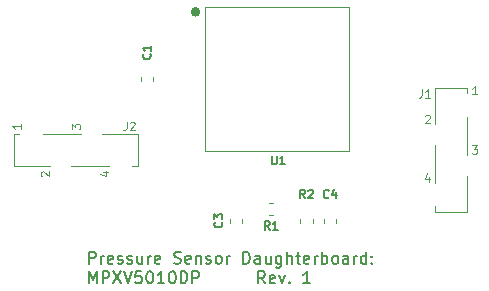
<source format=gto>
G04 #@! TF.GenerationSoftware,KiCad,Pcbnew,(5.1.9-16-g1737927814)-1*
G04 #@! TF.CreationDate,2021-04-01T12:21:12-04:00*
G04 #@! TF.ProjectId,pressure_mpxv5010dp,70726573-7375-4726-955f-6d7078763530,1*
G04 #@! TF.SameCoordinates,Original*
G04 #@! TF.FileFunction,Legend,Top*
G04 #@! TF.FilePolarity,Positive*
%FSLAX45Y45*%
G04 Gerber Fmt 4.5, Leading zero omitted, Abs format (unit mm)*
G04 Created by KiCad (PCBNEW (5.1.9-16-g1737927814)-1) date 2021-04-01 12:21:12*
%MOMM*%
%LPD*%
G01*
G04 APERTURE LIST*
%ADD10C,0.150000*%
%ADD11C,0.120000*%
%ADD12C,0.400000*%
G04 APERTURE END LIST*
D10*
X708559Y-2212738D02*
X708559Y-2112738D01*
X746655Y-2112738D01*
X756178Y-2117500D01*
X760940Y-2122262D01*
X765702Y-2131786D01*
X765702Y-2146071D01*
X760940Y-2155595D01*
X756178Y-2160357D01*
X746655Y-2165119D01*
X708559Y-2165119D01*
X808559Y-2212738D02*
X808559Y-2146071D01*
X808559Y-2165119D02*
X813321Y-2155595D01*
X818083Y-2150833D01*
X827607Y-2146071D01*
X837131Y-2146071D01*
X908559Y-2207976D02*
X899036Y-2212738D01*
X879988Y-2212738D01*
X870464Y-2207976D01*
X865702Y-2198452D01*
X865702Y-2160357D01*
X870464Y-2150833D01*
X879988Y-2146071D01*
X899036Y-2146071D01*
X908559Y-2150833D01*
X913321Y-2160357D01*
X913321Y-2169881D01*
X865702Y-2179405D01*
X951417Y-2207976D02*
X960940Y-2212738D01*
X979988Y-2212738D01*
X989512Y-2207976D01*
X994274Y-2198452D01*
X994274Y-2193690D01*
X989512Y-2184167D01*
X979988Y-2179405D01*
X965702Y-2179405D01*
X956178Y-2174643D01*
X951417Y-2165119D01*
X951417Y-2160357D01*
X956178Y-2150833D01*
X965702Y-2146071D01*
X979988Y-2146071D01*
X989512Y-2150833D01*
X1032369Y-2207976D02*
X1041893Y-2212738D01*
X1060940Y-2212738D01*
X1070464Y-2207976D01*
X1075226Y-2198452D01*
X1075226Y-2193690D01*
X1070464Y-2184167D01*
X1060940Y-2179405D01*
X1046655Y-2179405D01*
X1037131Y-2174643D01*
X1032369Y-2165119D01*
X1032369Y-2160357D01*
X1037131Y-2150833D01*
X1046655Y-2146071D01*
X1060940Y-2146071D01*
X1070464Y-2150833D01*
X1160940Y-2146071D02*
X1160940Y-2212738D01*
X1118083Y-2146071D02*
X1118083Y-2198452D01*
X1122845Y-2207976D01*
X1132369Y-2212738D01*
X1146655Y-2212738D01*
X1156179Y-2207976D01*
X1160940Y-2203214D01*
X1208560Y-2212738D02*
X1208560Y-2146071D01*
X1208560Y-2165119D02*
X1213321Y-2155595D01*
X1218083Y-2150833D01*
X1227607Y-2146071D01*
X1237131Y-2146071D01*
X1308560Y-2207976D02*
X1299036Y-2212738D01*
X1279988Y-2212738D01*
X1270464Y-2207976D01*
X1265702Y-2198452D01*
X1265702Y-2160357D01*
X1270464Y-2150833D01*
X1279988Y-2146071D01*
X1299036Y-2146071D01*
X1308560Y-2150833D01*
X1313321Y-2160357D01*
X1313321Y-2169881D01*
X1265702Y-2179405D01*
X1427607Y-2207976D02*
X1441893Y-2212738D01*
X1465702Y-2212738D01*
X1475226Y-2207976D01*
X1479988Y-2203214D01*
X1484750Y-2193690D01*
X1484750Y-2184167D01*
X1479988Y-2174643D01*
X1475226Y-2169881D01*
X1465702Y-2165119D01*
X1446655Y-2160357D01*
X1437131Y-2155595D01*
X1432369Y-2150833D01*
X1427607Y-2141310D01*
X1427607Y-2131786D01*
X1432369Y-2122262D01*
X1437131Y-2117500D01*
X1446655Y-2112738D01*
X1470464Y-2112738D01*
X1484750Y-2117500D01*
X1565702Y-2207976D02*
X1556178Y-2212738D01*
X1537131Y-2212738D01*
X1527607Y-2207976D01*
X1522845Y-2198452D01*
X1522845Y-2160357D01*
X1527607Y-2150833D01*
X1537131Y-2146071D01*
X1556178Y-2146071D01*
X1565702Y-2150833D01*
X1570464Y-2160357D01*
X1570464Y-2169881D01*
X1522845Y-2179405D01*
X1613321Y-2146071D02*
X1613321Y-2212738D01*
X1613321Y-2155595D02*
X1618083Y-2150833D01*
X1627607Y-2146071D01*
X1641893Y-2146071D01*
X1651417Y-2150833D01*
X1656178Y-2160357D01*
X1656178Y-2212738D01*
X1699036Y-2207976D02*
X1708559Y-2212738D01*
X1727607Y-2212738D01*
X1737131Y-2207976D01*
X1741893Y-2198452D01*
X1741893Y-2193690D01*
X1737131Y-2184167D01*
X1727607Y-2179405D01*
X1713321Y-2179405D01*
X1703798Y-2174643D01*
X1699036Y-2165119D01*
X1699036Y-2160357D01*
X1703798Y-2150833D01*
X1713321Y-2146071D01*
X1727607Y-2146071D01*
X1737131Y-2150833D01*
X1799036Y-2212738D02*
X1789512Y-2207976D01*
X1784750Y-2203214D01*
X1779988Y-2193690D01*
X1779988Y-2165119D01*
X1784750Y-2155595D01*
X1789512Y-2150833D01*
X1799036Y-2146071D01*
X1813321Y-2146071D01*
X1822845Y-2150833D01*
X1827607Y-2155595D01*
X1832369Y-2165119D01*
X1832369Y-2193690D01*
X1827607Y-2203214D01*
X1822845Y-2207976D01*
X1813321Y-2212738D01*
X1799036Y-2212738D01*
X1875226Y-2212738D02*
X1875226Y-2146071D01*
X1875226Y-2165119D02*
X1879988Y-2155595D01*
X1884750Y-2150833D01*
X1894274Y-2146071D01*
X1903798Y-2146071D01*
X2013321Y-2212738D02*
X2013321Y-2112738D01*
X2037131Y-2112738D01*
X2051417Y-2117500D01*
X2060940Y-2127024D01*
X2065702Y-2136548D01*
X2070464Y-2155595D01*
X2070464Y-2169881D01*
X2065702Y-2188929D01*
X2060940Y-2198452D01*
X2051417Y-2207976D01*
X2037131Y-2212738D01*
X2013321Y-2212738D01*
X2156179Y-2212738D02*
X2156179Y-2160357D01*
X2151417Y-2150833D01*
X2141893Y-2146071D01*
X2122845Y-2146071D01*
X2113321Y-2150833D01*
X2156179Y-2207976D02*
X2146655Y-2212738D01*
X2122845Y-2212738D01*
X2113321Y-2207976D01*
X2108560Y-2198452D01*
X2108560Y-2188929D01*
X2113321Y-2179405D01*
X2122845Y-2174643D01*
X2146655Y-2174643D01*
X2156179Y-2169881D01*
X2246655Y-2146071D02*
X2246655Y-2212738D01*
X2203798Y-2146071D02*
X2203798Y-2198452D01*
X2208560Y-2207976D01*
X2218083Y-2212738D01*
X2232369Y-2212738D01*
X2241893Y-2207976D01*
X2246655Y-2203214D01*
X2337131Y-2146071D02*
X2337131Y-2227024D01*
X2332369Y-2236548D01*
X2327607Y-2241310D01*
X2318083Y-2246071D01*
X2303798Y-2246071D01*
X2294274Y-2241310D01*
X2337131Y-2207976D02*
X2327607Y-2212738D01*
X2308560Y-2212738D01*
X2299036Y-2207976D01*
X2294274Y-2203214D01*
X2289512Y-2193690D01*
X2289512Y-2165119D01*
X2294274Y-2155595D01*
X2299036Y-2150833D01*
X2308560Y-2146071D01*
X2327607Y-2146071D01*
X2337131Y-2150833D01*
X2384750Y-2212738D02*
X2384750Y-2112738D01*
X2427607Y-2212738D02*
X2427607Y-2160357D01*
X2422845Y-2150833D01*
X2413321Y-2146071D01*
X2399036Y-2146071D01*
X2389512Y-2150833D01*
X2384750Y-2155595D01*
X2460940Y-2146071D02*
X2499036Y-2146071D01*
X2475226Y-2112738D02*
X2475226Y-2198452D01*
X2479988Y-2207976D01*
X2489512Y-2212738D01*
X2499036Y-2212738D01*
X2570464Y-2207976D02*
X2560940Y-2212738D01*
X2541893Y-2212738D01*
X2532369Y-2207976D01*
X2527607Y-2198452D01*
X2527607Y-2160357D01*
X2532369Y-2150833D01*
X2541893Y-2146071D01*
X2560940Y-2146071D01*
X2570464Y-2150833D01*
X2575226Y-2160357D01*
X2575226Y-2169881D01*
X2527607Y-2179405D01*
X2618083Y-2212738D02*
X2618083Y-2146071D01*
X2618083Y-2165119D02*
X2622845Y-2155595D01*
X2627607Y-2150833D01*
X2637131Y-2146071D01*
X2646655Y-2146071D01*
X2679988Y-2212738D02*
X2679988Y-2112738D01*
X2679988Y-2150833D02*
X2689512Y-2146071D01*
X2708560Y-2146071D01*
X2718083Y-2150833D01*
X2722845Y-2155595D01*
X2727607Y-2165119D01*
X2727607Y-2193690D01*
X2722845Y-2203214D01*
X2718083Y-2207976D01*
X2708560Y-2212738D01*
X2689512Y-2212738D01*
X2679988Y-2207976D01*
X2784750Y-2212738D02*
X2775226Y-2207976D01*
X2770464Y-2203214D01*
X2765702Y-2193690D01*
X2765702Y-2165119D01*
X2770464Y-2155595D01*
X2775226Y-2150833D01*
X2784750Y-2146071D01*
X2799036Y-2146071D01*
X2808559Y-2150833D01*
X2813321Y-2155595D01*
X2818083Y-2165119D01*
X2818083Y-2193690D01*
X2813321Y-2203214D01*
X2808559Y-2207976D01*
X2799036Y-2212738D01*
X2784750Y-2212738D01*
X2903798Y-2212738D02*
X2903798Y-2160357D01*
X2899036Y-2150833D01*
X2889512Y-2146071D01*
X2870464Y-2146071D01*
X2860940Y-2150833D01*
X2903798Y-2207976D02*
X2894274Y-2212738D01*
X2870464Y-2212738D01*
X2860940Y-2207976D01*
X2856178Y-2198452D01*
X2856178Y-2188929D01*
X2860940Y-2179405D01*
X2870464Y-2174643D01*
X2894274Y-2174643D01*
X2903798Y-2169881D01*
X2951417Y-2212738D02*
X2951417Y-2146071D01*
X2951417Y-2165119D02*
X2956178Y-2155595D01*
X2960940Y-2150833D01*
X2970464Y-2146071D01*
X2979988Y-2146071D01*
X3056178Y-2212738D02*
X3056178Y-2112738D01*
X3056178Y-2207976D02*
X3046655Y-2212738D01*
X3027607Y-2212738D01*
X3018083Y-2207976D01*
X3013321Y-2203214D01*
X3008559Y-2193690D01*
X3008559Y-2165119D01*
X3013321Y-2155595D01*
X3018083Y-2150833D01*
X3027607Y-2146071D01*
X3046655Y-2146071D01*
X3056178Y-2150833D01*
X3103798Y-2203214D02*
X3108559Y-2207976D01*
X3103798Y-2212738D01*
X3099036Y-2207976D01*
X3103798Y-2203214D01*
X3103798Y-2212738D01*
X3103798Y-2150833D02*
X3108559Y-2155595D01*
X3103798Y-2160357D01*
X3099036Y-2155595D01*
X3103798Y-2150833D01*
X3103798Y-2160357D01*
X708559Y-2377738D02*
X708559Y-2277738D01*
X741893Y-2349167D01*
X775226Y-2277738D01*
X775226Y-2377738D01*
X822845Y-2377738D02*
X822845Y-2277738D01*
X860940Y-2277738D01*
X870464Y-2282500D01*
X875226Y-2287262D01*
X879988Y-2296786D01*
X879988Y-2311071D01*
X875226Y-2320595D01*
X870464Y-2325357D01*
X860940Y-2330119D01*
X822845Y-2330119D01*
X913321Y-2277738D02*
X979988Y-2377738D01*
X979988Y-2277738D02*
X913321Y-2377738D01*
X1003798Y-2277738D02*
X1037131Y-2377738D01*
X1070464Y-2277738D01*
X1151417Y-2277738D02*
X1103798Y-2277738D01*
X1099036Y-2325357D01*
X1103798Y-2320595D01*
X1113321Y-2315833D01*
X1137131Y-2315833D01*
X1146655Y-2320595D01*
X1151417Y-2325357D01*
X1156179Y-2334881D01*
X1156179Y-2358690D01*
X1151417Y-2368214D01*
X1146655Y-2372976D01*
X1137131Y-2377738D01*
X1113321Y-2377738D01*
X1103798Y-2372976D01*
X1099036Y-2368214D01*
X1218083Y-2277738D02*
X1227607Y-2277738D01*
X1237131Y-2282500D01*
X1241893Y-2287262D01*
X1246655Y-2296786D01*
X1251417Y-2315833D01*
X1251417Y-2339643D01*
X1246655Y-2358690D01*
X1241893Y-2368214D01*
X1237131Y-2372976D01*
X1227607Y-2377738D01*
X1218083Y-2377738D01*
X1208560Y-2372976D01*
X1203798Y-2368214D01*
X1199036Y-2358690D01*
X1194274Y-2339643D01*
X1194274Y-2315833D01*
X1199036Y-2296786D01*
X1203798Y-2287262D01*
X1208560Y-2282500D01*
X1218083Y-2277738D01*
X1346655Y-2377738D02*
X1289512Y-2377738D01*
X1318083Y-2377738D02*
X1318083Y-2277738D01*
X1308560Y-2292024D01*
X1299036Y-2301548D01*
X1289512Y-2306310D01*
X1408559Y-2277738D02*
X1418083Y-2277738D01*
X1427607Y-2282500D01*
X1432369Y-2287262D01*
X1437131Y-2296786D01*
X1441893Y-2315833D01*
X1441893Y-2339643D01*
X1437131Y-2358690D01*
X1432369Y-2368214D01*
X1427607Y-2372976D01*
X1418083Y-2377738D01*
X1408559Y-2377738D01*
X1399036Y-2372976D01*
X1394274Y-2368214D01*
X1389512Y-2358690D01*
X1384750Y-2339643D01*
X1384750Y-2315833D01*
X1389512Y-2296786D01*
X1394274Y-2287262D01*
X1399036Y-2282500D01*
X1408559Y-2277738D01*
X1484750Y-2377738D02*
X1484750Y-2277738D01*
X1508559Y-2277738D01*
X1522845Y-2282500D01*
X1532369Y-2292024D01*
X1537131Y-2301548D01*
X1541893Y-2320595D01*
X1541893Y-2334881D01*
X1537131Y-2353929D01*
X1532369Y-2363452D01*
X1522845Y-2372976D01*
X1508559Y-2377738D01*
X1484750Y-2377738D01*
X1584750Y-2377738D02*
X1584750Y-2277738D01*
X1622845Y-2277738D01*
X1632369Y-2282500D01*
X1637131Y-2287262D01*
X1641893Y-2296786D01*
X1641893Y-2311071D01*
X1637131Y-2320595D01*
X1632369Y-2325357D01*
X1622845Y-2330119D01*
X1584750Y-2330119D01*
X2199036Y-2377738D02*
X2165702Y-2330119D01*
X2141893Y-2377738D02*
X2141893Y-2277738D01*
X2179988Y-2277738D01*
X2189512Y-2282500D01*
X2194274Y-2287262D01*
X2199036Y-2296786D01*
X2199036Y-2311071D01*
X2194274Y-2320595D01*
X2189512Y-2325357D01*
X2179988Y-2330119D01*
X2141893Y-2330119D01*
X2279988Y-2372976D02*
X2270464Y-2377738D01*
X2251417Y-2377738D01*
X2241893Y-2372976D01*
X2237131Y-2363452D01*
X2237131Y-2325357D01*
X2241893Y-2315833D01*
X2251417Y-2311071D01*
X2270464Y-2311071D01*
X2279988Y-2315833D01*
X2284750Y-2325357D01*
X2284750Y-2334881D01*
X2237131Y-2344405D01*
X2318083Y-2311071D02*
X2341893Y-2377738D01*
X2365702Y-2311071D01*
X2403798Y-2368214D02*
X2408560Y-2372976D01*
X2403798Y-2377738D01*
X2399036Y-2372976D01*
X2403798Y-2368214D01*
X2403798Y-2377738D01*
X2579988Y-2377738D02*
X2522845Y-2377738D01*
X2551417Y-2377738D02*
X2551417Y-2277738D01*
X2541893Y-2292024D01*
X2532369Y-2301548D01*
X2522845Y-2306310D01*
D11*
X820000Y-1117000D02*
X1123000Y-1117000D01*
X320000Y-1117000D02*
X640000Y-1117000D01*
X76000Y-1117000D02*
X120000Y-1117000D01*
X1124000Y-1117000D02*
X1124000Y-1383000D01*
X560000Y-1383000D02*
X880000Y-1383000D01*
X76000Y-1383000D02*
X380000Y-1383000D01*
X76000Y-1117000D02*
X76000Y-1383000D01*
X1073000Y-1383000D02*
X1122000Y-1383000D01*
X3908000Y-1470000D02*
X3908000Y-1773000D01*
X3908000Y-970000D02*
X3908000Y-1290000D01*
X3908000Y-726000D02*
X3908000Y-770000D01*
X3908000Y-1774000D02*
X3642000Y-1774000D01*
X3642000Y-1210000D02*
X3642000Y-1530000D01*
X3642000Y-726000D02*
X3642000Y-1030000D01*
X3908000Y-726000D02*
X3642000Y-726000D01*
X3642000Y-1723000D02*
X3642000Y-1772000D01*
X2910000Y-40000D02*
X1690000Y-40000D01*
X2910000Y-1260000D02*
X2910000Y-40000D01*
X1690000Y-1260000D02*
X2910000Y-1260000D01*
X1690000Y-40000D02*
X1690000Y-1260000D01*
D12*
X1630000Y-80000D02*
G75*
G03*
X1630000Y-80000I-20000J0D01*
G01*
D11*
X2499000Y-1866278D02*
X2499000Y-1833722D01*
X2601000Y-1866278D02*
X2601000Y-1833722D01*
X2266278Y-1801000D02*
X2233722Y-1801000D01*
X2266278Y-1699000D02*
X2233722Y-1699000D01*
X2699000Y-1866278D02*
X2699000Y-1833722D01*
X2801000Y-1866278D02*
X2801000Y-1833722D01*
X1899000Y-1866278D02*
X1899000Y-1833722D01*
X2001000Y-1866278D02*
X2001000Y-1833722D01*
X1149000Y-666278D02*
X1149000Y-633722D01*
X1251000Y-666278D02*
X1251000Y-633722D01*
X1026667Y-1011667D02*
X1026667Y-1061667D01*
X1023333Y-1071667D01*
X1016667Y-1078333D01*
X1006667Y-1081667D01*
X1000000Y-1081667D01*
X1056667Y-1018333D02*
X1060000Y-1015000D01*
X1066667Y-1011667D01*
X1083333Y-1011667D01*
X1090000Y-1015000D01*
X1093333Y-1018333D01*
X1096667Y-1025000D01*
X1096667Y-1031667D01*
X1093333Y-1041667D01*
X1053333Y-1081667D01*
X1096667Y-1081667D01*
X561667Y-1073333D02*
X561667Y-1030000D01*
X588333Y-1053333D01*
X588333Y-1043333D01*
X591667Y-1036667D01*
X595000Y-1033333D01*
X601667Y-1030000D01*
X618333Y-1030000D01*
X625000Y-1033333D01*
X628333Y-1036667D01*
X631667Y-1043333D01*
X631667Y-1063333D01*
X628333Y-1070000D01*
X625000Y-1073333D01*
X129667Y-1030000D02*
X129667Y-1070000D01*
X129667Y-1050000D02*
X59667Y-1050000D01*
X69667Y-1056667D01*
X76333Y-1063333D01*
X79667Y-1070000D01*
X308333Y-1470000D02*
X305000Y-1466667D01*
X301667Y-1460000D01*
X301667Y-1443333D01*
X305000Y-1436667D01*
X308333Y-1433333D01*
X315000Y-1430000D01*
X321667Y-1430000D01*
X331667Y-1433333D01*
X371667Y-1473333D01*
X371667Y-1430000D01*
X825000Y-1436667D02*
X871667Y-1436667D01*
X798333Y-1453333D02*
X848333Y-1470000D01*
X848333Y-1426667D01*
X3526667Y-736667D02*
X3526667Y-786667D01*
X3523333Y-796667D01*
X3516667Y-803333D01*
X3506667Y-806667D01*
X3500000Y-806667D01*
X3596667Y-806667D02*
X3556667Y-806667D01*
X3576667Y-806667D02*
X3576667Y-736667D01*
X3570000Y-746667D01*
X3563333Y-753333D01*
X3556667Y-756667D01*
X3951667Y-1211667D02*
X3995000Y-1211667D01*
X3971667Y-1238333D01*
X3981667Y-1238333D01*
X3988333Y-1241667D01*
X3991667Y-1245000D01*
X3995000Y-1251667D01*
X3995000Y-1268333D01*
X3991667Y-1275000D01*
X3988333Y-1278333D01*
X3981667Y-1281667D01*
X3961667Y-1281667D01*
X3955000Y-1278333D01*
X3951667Y-1275000D01*
X3995000Y-779667D02*
X3955000Y-779667D01*
X3975000Y-779667D02*
X3975000Y-709667D01*
X3968333Y-719667D01*
X3961667Y-726333D01*
X3955000Y-729667D01*
X3555000Y-958333D02*
X3558333Y-955000D01*
X3565000Y-951667D01*
X3581667Y-951667D01*
X3588333Y-955000D01*
X3591667Y-958333D01*
X3595000Y-965000D01*
X3595000Y-971667D01*
X3591667Y-981667D01*
X3551667Y-1021667D01*
X3595000Y-1021667D01*
X3588333Y-1475000D02*
X3588333Y-1521667D01*
X3571667Y-1448333D02*
X3555000Y-1498333D01*
X3598333Y-1498333D01*
D10*
X2256667Y-1301667D02*
X2256667Y-1358333D01*
X2260000Y-1365000D01*
X2263333Y-1368333D01*
X2270000Y-1371667D01*
X2283333Y-1371667D01*
X2290000Y-1368333D01*
X2293333Y-1365000D01*
X2296667Y-1358333D01*
X2296667Y-1301667D01*
X2366667Y-1371667D02*
X2326667Y-1371667D01*
X2346667Y-1371667D02*
X2346667Y-1301667D01*
X2340000Y-1311667D01*
X2333333Y-1318333D01*
X2326667Y-1321667D01*
X2538333Y-1656667D02*
X2515000Y-1623333D01*
X2498333Y-1656667D02*
X2498333Y-1586667D01*
X2525000Y-1586667D01*
X2531667Y-1590000D01*
X2535000Y-1593333D01*
X2538333Y-1600000D01*
X2538333Y-1610000D01*
X2535000Y-1616667D01*
X2531667Y-1620000D01*
X2525000Y-1623333D01*
X2498333Y-1623333D01*
X2565000Y-1593333D02*
X2568333Y-1590000D01*
X2575000Y-1586667D01*
X2591667Y-1586667D01*
X2598333Y-1590000D01*
X2601667Y-1593333D01*
X2605000Y-1600000D01*
X2605000Y-1606667D01*
X2601667Y-1616667D01*
X2561667Y-1656667D01*
X2605000Y-1656667D01*
X2238333Y-1924667D02*
X2215000Y-1891333D01*
X2198333Y-1924667D02*
X2198333Y-1854667D01*
X2225000Y-1854667D01*
X2231667Y-1858000D01*
X2235000Y-1861333D01*
X2238333Y-1868000D01*
X2238333Y-1878000D01*
X2235000Y-1884667D01*
X2231667Y-1888000D01*
X2225000Y-1891333D01*
X2198333Y-1891333D01*
X2305000Y-1924667D02*
X2265000Y-1924667D01*
X2285000Y-1924667D02*
X2285000Y-1854667D01*
X2278333Y-1864667D01*
X2271667Y-1871333D01*
X2265000Y-1874667D01*
X2738333Y-1650000D02*
X2735000Y-1653333D01*
X2725000Y-1656667D01*
X2718333Y-1656667D01*
X2708333Y-1653333D01*
X2701667Y-1646667D01*
X2698333Y-1640000D01*
X2695000Y-1626667D01*
X2695000Y-1616667D01*
X2698333Y-1603333D01*
X2701667Y-1596667D01*
X2708333Y-1590000D01*
X2718333Y-1586667D01*
X2725000Y-1586667D01*
X2735000Y-1590000D01*
X2738333Y-1593333D01*
X2798333Y-1610000D02*
X2798333Y-1656667D01*
X2781667Y-1583333D02*
X2765000Y-1633333D01*
X2808333Y-1633333D01*
X1832000Y-1861667D02*
X1835333Y-1865000D01*
X1838667Y-1875000D01*
X1838667Y-1881667D01*
X1835333Y-1891667D01*
X1828667Y-1898333D01*
X1822000Y-1901667D01*
X1808667Y-1905000D01*
X1798667Y-1905000D01*
X1785333Y-1901667D01*
X1778667Y-1898333D01*
X1772000Y-1891667D01*
X1768667Y-1881667D01*
X1768667Y-1875000D01*
X1772000Y-1865000D01*
X1775333Y-1861667D01*
X1768667Y-1838333D02*
X1768667Y-1795000D01*
X1795333Y-1818333D01*
X1795333Y-1808333D01*
X1798667Y-1801667D01*
X1802000Y-1798333D01*
X1808667Y-1795000D01*
X1825333Y-1795000D01*
X1832000Y-1798333D01*
X1835333Y-1801667D01*
X1838667Y-1808333D01*
X1838667Y-1828333D01*
X1835333Y-1835000D01*
X1832000Y-1838333D01*
X1225000Y-436667D02*
X1228333Y-440000D01*
X1231667Y-450000D01*
X1231667Y-456667D01*
X1228333Y-466667D01*
X1221667Y-473333D01*
X1215000Y-476667D01*
X1201667Y-480000D01*
X1191667Y-480000D01*
X1178333Y-476667D01*
X1171667Y-473333D01*
X1165000Y-466667D01*
X1161667Y-456667D01*
X1161667Y-450000D01*
X1165000Y-440000D01*
X1168333Y-436667D01*
X1231667Y-370000D02*
X1231667Y-410000D01*
X1231667Y-390000D02*
X1161667Y-390000D01*
X1171667Y-396667D01*
X1178333Y-403333D01*
X1181667Y-410000D01*
M02*

</source>
